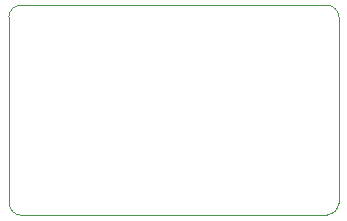
<source format=gbr>
%TF.GenerationSoftware,KiCad,Pcbnew,7.0.8*%
%TF.CreationDate,2024-10-08T21:21:09-04:00*%
%TF.ProjectId,SPIBreakout,53504942-7265-4616-9b6f-75742e6b6963,rev?*%
%TF.SameCoordinates,Original*%
%TF.FileFunction,Profile,NP*%
%FSLAX46Y46*%
G04 Gerber Fmt 4.6, Leading zero omitted, Abs format (unit mm)*
G04 Created by KiCad (PCBNEW 7.0.8) date 2024-10-08 21:21:09*
%MOMM*%
%LPD*%
G01*
G04 APERTURE LIST*
%TA.AperFunction,Profile*%
%ADD10C,0.100000*%
%TD*%
G04 APERTURE END LIST*
D10*
X132121554Y-70651599D02*
G75*
G03*
X133120000Y-69651553I-1554J999999D01*
G01*
X105227815Y-69694040D02*
G75*
G03*
X106225962Y-70691786I999985J2240D01*
G01*
X132121554Y-70651551D02*
X106225962Y-70691787D01*
X132120000Y-52920000D02*
X106192254Y-52920000D01*
X106192254Y-52920054D02*
G75*
G03*
X105192257Y-53922251I-54J-999946D01*
G01*
X133120000Y-69651553D02*
X133120000Y-53920000D01*
X105227758Y-69694040D02*
X105192256Y-53922251D01*
X133120000Y-53920000D02*
G75*
G03*
X132120000Y-52920000I-1000000J0D01*
G01*
M02*

</source>
